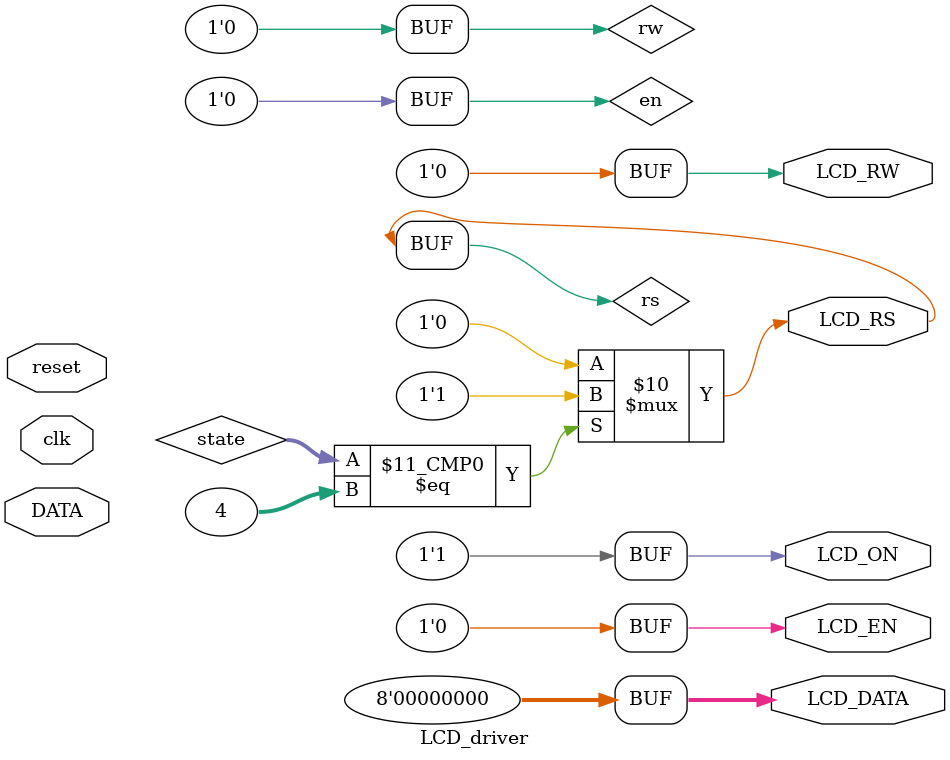
<source format=sv>
/*
 * The driver for the LCD display of the software menu
 */

module LCD_driver 
(
	input clk,								// The clock
	input reset,							// The system reset
	input logic [7:0] DATA,					// The 8-bit data stream in from the software
	output logic [7:0] LCD_DATA,			// The 8-bit data stream out to the LCD
	output logic LCD_EN,					// Enable the LCD
	output logic LCD_RW,					// Read or write to the LCD
	output logic LCD_RS,			
	output logic LCD_ON						// LCD power-on signal
);

	logic en,rw,rs;
	assign LCD_ON = 1'b1;					// LCD is always on
	assign LCD_DATA = (en) ? DATA : 8'd0;	// If enabled, LCD_DATA is just what the software says it is. Else, it is 0.
	assign LCD_EN = en;						// feed logic versions of en, rw, and rs to the inputs
	assign LCD_RW = rw;
	assign LCD_RS = rs;
	
	enum int unsigned						// states of the FSM
	{
		s_idle,
		s_reset0,
		s_reset1,
		s_run0,
		s_run1
	} state, next_state;
	
always @ (posedge clk)//State transitions
begin
	next_state = state;

	case (state)

		s_idle : 
		begin
			if(reset == 1)
			next_state = s_reset0;
		end

		s_reset0 : 
		begin
			if(reset == 0)
			next_state = s_reset1;
		end

		s_reset1 : 
		begin
			next_state = s_run0;
		end

		s_run0 : 
		begin
			if(reset == 1)
			next_state = s_reset0;
			else
			next_state = s_run1;
		end

		s_run1 : 
		begin
			if(reset == 1)
			next_state = s_reset0;
		end

		default : ;

	endcase

end

always_comb //State Actions
begin

	en = 1'b0;
	rw = 1'b0;
	rs = 1'b0;

	case(state)

		s_idle : ;//nothing
		s_reset0 : ;//nothing
		s_reset1 : ;//nothing
		s_run0 : ;

		s_run1 : 
		begin
			rs = 1'b1;
		end

		default : ;//nothing

	endcase

end

always @ (posedge clk)
begin

	next_state <= state;
	
end

endmodule : LCD_driver
</source>
